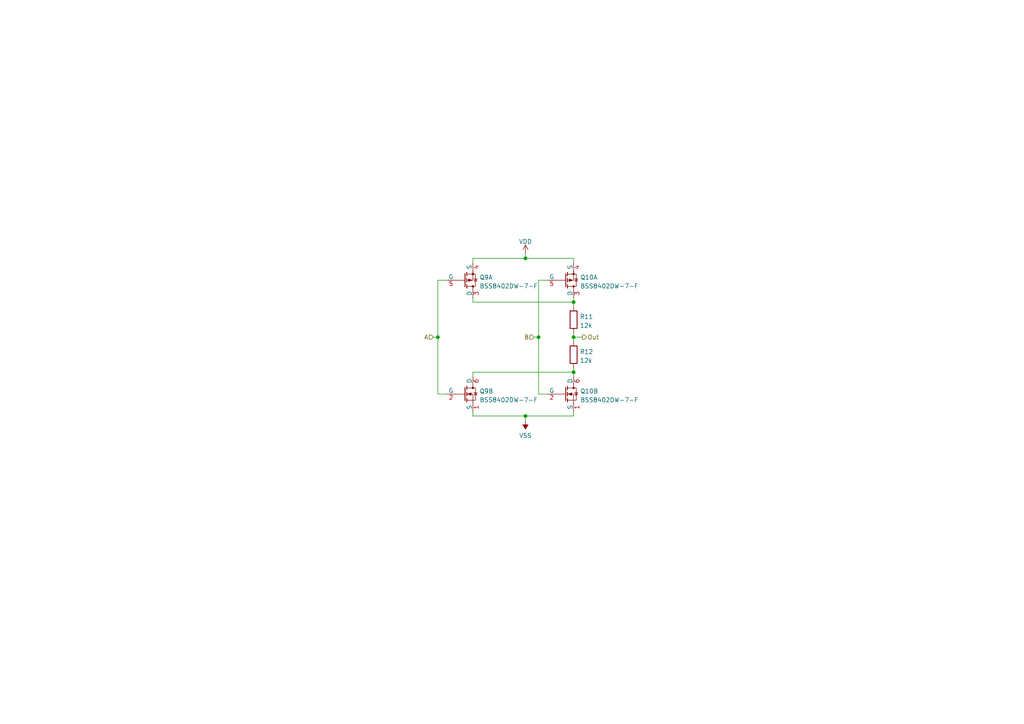
<source format=kicad_sch>
(kicad_sch (version 20250114) (generator "eeschema") (generator_version "9.0")
  (paper "A4")
  (title_block (title "Balanced Ternary Not Conensus Gate") (date "2022-08-05") (rev "0"))
  (lib_symbols
    (symbol "Device:R" (pin_numbers (hide yes)) (pin_names (offset 0))
      (property "Reference" "R" (at 2.032 0 90))
      (property "Value" "R" (at 0 0 90))
      (symbol "R_0_1"
        (rectangle (start -1.016 -2.54) (end 1.016 2.54) (stroke (width 0.254)))
      )
      (symbol "R_1_1"
        (pin passive line (at 0 3.81 270) (length 1.27) (name "~") (number "1"))
        (pin passive line (at 0 -3.81 90) (length 1.27) (name "~") (number "2"))
      )
    )
    (symbol "Tritium:BSS8402DW-7-F" (pin_names (offset 0))
      (property "Reference" "Q" (at 2.54 1.27 0))
      (property "Value" "BSS8402DW-7-F" (at 2.54 -1.27 0))
      (symbol "BSS8402DW-7-F_0_1"
        (polyline (pts (xy -2.286 0) (xy -5.08 0)))
        (polyline (pts (xy -2.286 -1.905) (xy -2.286 1.905)) (stroke (width 0.254)))
        (polyline (pts (xy -1.778 1.27) (xy -1.778 2.286)) (stroke (width 0.254)))
        (polyline (pts (xy -1.778 -0.508) (xy -1.778 0.508)) (stroke (width 0.254)))
        (polyline (pts (xy -1.778 -1.778) (xy 0.762 -1.778) (xy 0.762 1.778) (xy -1.778 1.778)))
        (polyline (pts (xy -1.778 -2.286) (xy -1.778 -1.27)) (stroke (width 0.254)))
        (polyline (pts (xy 0 2.54) (xy 0 1.778)))
        (circle (center 0 1.778) (radius 0.254) (fill (type outline)))
        (polyline (pts (xy 0.254 0.508) (xy 0.381 0.381) (xy 1.143 0.381) (xy 1.27 0.254)))
        (polyline (pts (xy 0.762 0.381) (xy 0.381 -0.254) (xy 1.143 -0.254) (xy 0.762 0.381)))
      )
      (symbol "BSS8402DW-7-F_1_1"
        (polyline (pts (xy -0.254 0) (xy -1.27 -0.381) (xy -1.27 0.381) (xy -0.254 0)) (fill (type outline)))
        (polyline (pts (xy 0 2.54) (xy 0 0) (xy -1.778 0)))
        (circle (center 0 -1.778) (radius 0.254) (fill (type outline)))
        (polyline (pts (xy 0 -2.54) (xy 0 -1.778)))
        (pin input line (at -7.62 0 0) (length 2.54) (name "G") (number "5"))
        (pin passive line (at 0 5.08 270) (length 2.54) (name "S") (number "4"))
        (pin passive line (at 0 -5.08 90) (length 2.54) (name "D") (number "3"))
      )
      (symbol "BSS8402DW-7-F_2_1"
        (polyline (pts (xy -1.524 0) (xy -0.508 0.381) (xy -0.508 -0.381) (xy -1.524 0)) (fill (type outline)))
        (polyline (pts (xy 0 -2.54) (xy 0 0) (xy -1.778 0)))
        (pin input line (at -7.62 0 0) (length 2.54) (name "G") (number "2"))
        (pin passive line (at 0 5.08 270) (length 2.54) (name "D") (number "6"))
        (pin passive line (at 0 -5.08 90) (length 2.54) (name "S") (number "1"))
      )
    )
    (symbol "power:VDD" (power) (pin_names (offset 0))
      (property "Value" "VDD" (at 0 3.81 0))
      (symbol "VDD_0_1"
        (polyline (pts (xy -0.762 1.27) (xy 0 2.54)))
        (polyline (pts (xy 0 2.54) (xy 0.762 1.27)))
        (polyline (pts (xy 0 0) (xy 0 2.54)))
      )
      (symbol "VDD_1_1"
        (pin power_in line (at 0 0 90) (length 0) (hide yes) (name "VDD") (number "1"))
      )
    )
    (symbol "power:VSS" (power) (pin_names (offset 0))
      (property "Value" "VSS" (at 0 3.81 0))
      (symbol "VSS_0_1"
        (polyline (pts (xy 0 0) (xy 0 2.54)))
        (polyline (pts (xy 0.762 1.27) (xy -0.762 1.27) (xy 0 2.54) (xy 0.762 1.27)) (fill (type outline)))
      )
      (symbol "VSS_1_1"
        (pin power_in line (at 0 0 90) (length 0) (hide yes) (name "VSS") (number "1"))
      )
    )
  )
  (junction (at 156.21 97.79))
  (junction (at 152.4 120.65))
  (junction (at 152.4 74.93))
  (junction (at 127 97.79))
  (junction (at 166.37 97.79))
  (junction (at 166.37 107.95))
  (junction (at 166.37 87.63))
  (wire (pts (xy 127 97.79) (xy 127 114.3)))
  (wire (pts (xy 154.94 97.79) (xy 156.21 97.79)))
  (wire (pts (xy 152.4 73.66) (xy 152.4 74.93)))
  (wire (pts (xy 166.37 87.63) (xy 166.37 88.9)))
  (wire (pts (xy 166.37 76.2) (xy 166.37 74.93)))
  (wire (pts (xy 137.16 74.93) (xy 137.16 76.2)))
  (wire (pts (xy 166.37 97.79) (xy 166.37 99.06)))
  (wire (pts (xy 137.16 86.36) (xy 137.16 87.63)))
  (wire (pts (xy 166.37 97.79) (xy 168.91 97.79)))
  (wire (pts (xy 158.75 81.28) (xy 156.21 81.28)))
  (wire (pts (xy 152.4 120.65) (xy 137.16 120.65)))
  (wire (pts (xy 156.21 114.3) (xy 158.75 114.3)))
  (wire (pts (xy 166.37 74.93) (xy 152.4 74.93)))
  (wire (pts (xy 166.37 107.95) (xy 166.37 109.22)))
  (wire (pts (xy 166.37 96.52) (xy 166.37 97.79)))
  (wire (pts (xy 129.54 81.28) (xy 127 81.28)))
  (wire (pts (xy 137.16 120.65) (xy 137.16 119.38)))
  (wire (pts (xy 166.37 119.38) (xy 166.37 120.65)))
  (wire (pts (xy 156.21 97.79) (xy 156.21 114.3)))
  (wire (pts (xy 125.73 97.79) (xy 127 97.79)))
  (wire (pts (xy 166.37 107.95) (xy 166.37 106.68)))
  (wire (pts (xy 137.16 87.63) (xy 166.37 87.63)))
  (wire (pts (xy 127 81.28) (xy 127 97.79)))
  (wire (pts (xy 166.37 87.63) (xy 166.37 86.36)))
  (wire (pts (xy 137.16 107.95) (xy 166.37 107.95)))
  (wire (pts (xy 152.4 74.93) (xy 137.16 74.93)))
  (wire (pts (xy 156.21 81.28) (xy 156.21 97.79)))
  (wire (pts (xy 127 114.3) (xy 129.54 114.3)))
  (wire (pts (xy 166.37 120.65) (xy 152.4 120.65)))
  (wire (pts (xy 137.16 109.22) (xy 137.16 107.95)))
  (wire (pts (xy 152.4 120.65) (xy 152.4 121.92)))
  (hierarchical_label "Out" (shape output) (at 168.91 97.79 0))
  (hierarchical_label "B" (shape input) (at 154.94 97.79 180))
  (hierarchical_label "A" (shape input) (at 125.73 97.79 180))
  (symbol (lib_id "Device:R") (at 166.37 102.87 0) (unit 1)
    (property "Reference" "R12" (at 168.148 102.0353 0) (effects (justify left)))
    (property "Value" "12k" (at 168.148 104.5722 0) (effects (justify left)))
    (property "Footprint" "Resistor_SMD:R_0603_1608Metric_Pad0.98x0.95mm_HandSolder" (effects (hide yes)))
  )
  (symbol (lib_id "Tritium:BSS8402DW-7-F") (at 137.16 81.28 0) (unit 1)
    (property "Reference" "Q9" (at 139.065 80.4453 0) (effects (justify left)))
    (property "Value" "BSS8402DW-7-F" (at 139.065 82.9822 0) (effects (justify left)))
    (property "Footprint" "Package_TO_SOT_SMD:SOT-363_SC-70-6_Handsoldering" (effects (hide yes)))
    (property "Datasheet" "https://www.diodes.com/assets/Datasheets/ds30380.pdf" (effects (hide yes)))
    (property "Sim.Device" "SPICE" (effects (hide yes)))
    (property "Sim.Params" "type=\"X\" model=\"BSS8402DW\" lib=\"/lab/dev/tritium/library/TritiumSpice.lib\"" (effects (hide yes)))
    (property "Sim.Pins" "3=1 4=2 5=3" (effects (hide yes)))
  )
  (symbol (lib_id "Device:R") (at 166.37 92.71 0) (unit 1)
    (property "Reference" "R11" (at 168.148 91.8753 0) (effects (justify left)))
    (property "Value" "12k" (at 168.148 94.4122 0) (effects (justify left)))
    (property "Footprint" "Resistor_SMD:R_0603_1608Metric_Pad0.98x0.95mm_HandSolder" (effects (hide yes)))
  )
  (symbol (lib_id "power:VDD") (at 152.4 73.66 0) (unit 1)
    (property "Reference" "#PWR013" (effects (hide yes)))
    (property "Value" "VDD" (at 152.4 70.0842 0))
  )
  (symbol (lib_id "power:VSS") (at 152.4 121.92 180) (unit 1)
    (property "Reference" "#PWR014" (effects (hide yes)))
    (property "Value" "VSS" (at 152.4 126.3634 0))
  )
  (symbol (lib_id "Tritium:BSS8402DW-7-F") (at 137.16 114.3 0) (unit 2)
    (property "Reference" "Q9" (at 139.065 113.4653 0) (effects (justify left)))
    (property "Value" "BSS8402DW-7-F" (at 139.065 116.0022 0) (effects (justify left)))
    (property "Footprint" "Package_TO_SOT_SMD:SOT-363_SC-70-6_Handsoldering" (effects (hide yes)))
    (property "Datasheet" "https://www.diodes.com/assets/Datasheets/ds30380.pdf" (effects (hide yes)))
    (property "Sim.Device" "SPICE" (effects (hide yes)))
    (property "Sim.Params" "type=\"X\" model=\"BSS8402DW\" lib=\"/lab/dev/tritium/library/TritiumSpice.lib\"" (effects (hide yes)))
    (property "Sim.Pins" "1=1 2=2 6=3" (effects (hide yes)))
  )
  (symbol (lib_id "Tritium:BSS8402DW-7-F") (at 166.37 81.28 0) (unit 1)
    (property "Reference" "Q10" (at 168.275 80.4453 0) (effects (justify left)))
    (property "Value" "BSS8402DW-7-F" (at 168.275 82.9822 0) (effects (justify left)))
    (property "Footprint" "Package_TO_SOT_SMD:SOT-363_SC-70-6_Handsoldering" (effects (hide yes)))
    (property "Datasheet" "https://www.diodes.com/assets/Datasheets/ds30380.pdf" (effects (hide yes)))
    (property "Sim.Device" "SPICE" (effects (hide yes)))
    (property "Sim.Params" "type=\"X\" model=\"BSS8402DW\" lib=\"/lab/dev/tritium/library/TritiumSpice.lib\"" (effects (hide yes)))
    (property "Sim.Pins" "3=1 4=2 5=3" (effects (hide yes)))
  )
  (symbol (lib_id "Tritium:BSS8402DW-7-F") (at 166.37 114.3 0) (unit 2)
    (property "Reference" "Q10" (at 168.275 113.4653 0) (effects (justify left)))
    (property "Value" "BSS8402DW-7-F" (at 168.275 116.0022 0) (effects (justify left)))
    (property "Footprint" "Package_TO_SOT_SMD:SOT-363_SC-70-6_Handsoldering" (effects (hide yes)))
    (property "Datasheet" "https://www.diodes.com/assets/Datasheets/ds30380.pdf" (effects (hide yes)))
    (property "Sim.Device" "SPICE" (effects (hide yes)))
    (property "Sim.Params" "type=\"X\" model=\"BSS8402DW\" lib=\"/lab/dev/tritium/library/TritiumSpice.lib\"" (effects (hide yes)))
    (property "Sim.Pins" "1=1 2=2 6=3" (effects (hide yes)))
  )
)
</source>
